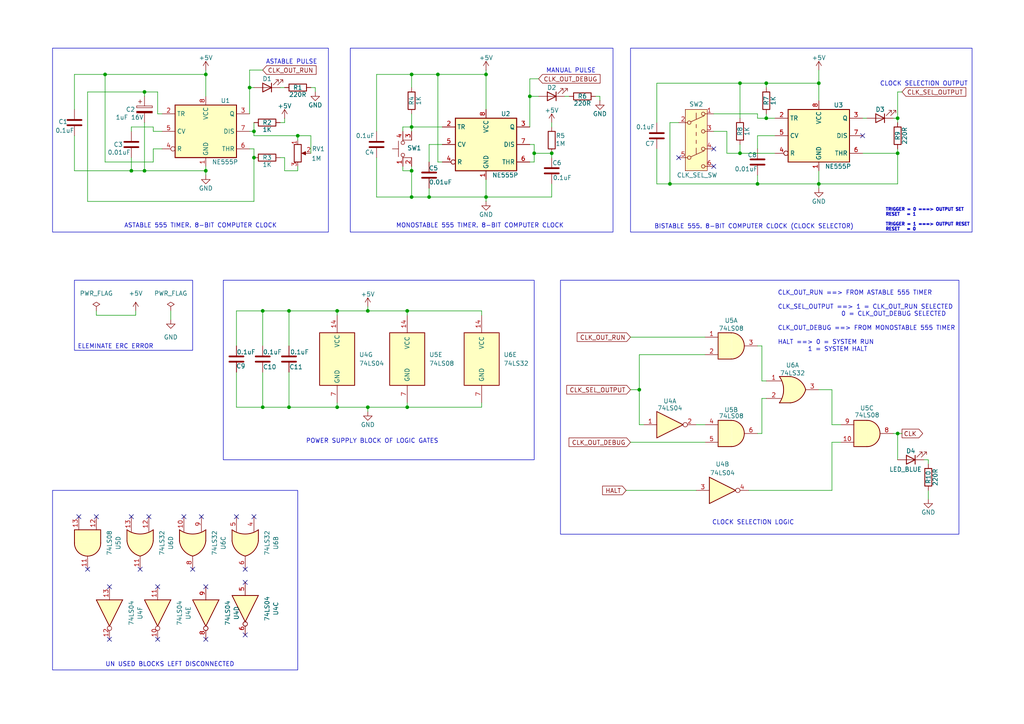
<source format=kicad_sch>
(kicad_sch (version 20231120) (generator "eeschema") (generator_version "8.0")
  (paper "A4")
  (title_block (title "8-BIT COMPUTER CLOCK") (date "2024-09-15") (rev "0.0") (company "MY COMPANY") (comment 1 "AUTHOR SAYAN RANA"))
  (lib_symbols
    (symbol "74xx:74LS04"
      (property "Reference" "U" (at 0 1.27 0))
      (property "Value" "74LS04" (at 0 -1.27 0))
      (symbol "74LS04_1_0"
        (polyline (pts (xy -3.81 3.81) (xy -3.81 -3.81) (xy 3.81 0) (xy -3.81 3.81)) (stroke (width 0.254)) (fill (type background)))
        (pin input line (at -7.62 0 0) (length 3.81) (name "~") (number "1"))
        (pin output inverted (at 7.62 0 180) (length 3.81) (name "~") (number "2"))
      )
      (symbol "74LS04_2_0"
        (polyline (pts (xy -3.81 3.81) (xy -3.81 -3.81) (xy 3.81 0) (xy -3.81 3.81)) (stroke (width 0.254)) (fill (type background)))
        (pin input line (at -7.62 0 0) (length 3.81) (name "~") (number "3"))
        (pin output inverted (at 7.62 0 180) (length 3.81) (name "~") (number "4"))
      )
      (symbol "74LS04_3_0"
        (polyline (pts (xy -3.81 3.81) (xy -3.81 -3.81) (xy 3.81 0) (xy -3.81 3.81)) (stroke (width 0.254)) (fill (type background)))
        (pin input line (at -7.62 0 0) (length 3.81) (name "~") (number "5"))
        (pin output inverted (at 7.62 0 180) (length 3.81) (name "~") (number "6"))
      )
      (symbol "74LS04_4_0"
        (polyline (pts (xy -3.81 3.81) (xy -3.81 -3.81) (xy 3.81 0) (xy -3.81 3.81)) (stroke (width 0.254)) (fill (type background)))
        (pin output inverted (at 7.62 0 180) (length 3.81) (name "~") (number "8"))
        (pin input line (at -7.62 0 0) (length 3.81) (name "~") (number "9"))
      )
      (symbol "74LS04_5_0"
        (polyline (pts (xy -3.81 3.81) (xy -3.81 -3.81) (xy 3.81 0) (xy -3.81 3.81)) (stroke (width 0.254)) (fill (type background)))
        (pin output inverted (at 7.62 0 180) (length 3.81) (name "~") (number "10"))
        (pin input line (at -7.62 0 0) (length 3.81) (name "~") (number "11"))
      )
      (symbol "74LS04_6_0"
        (polyline (pts (xy -3.81 3.81) (xy -3.81 -3.81) (xy 3.81 0) (xy -3.81 3.81)) (stroke (width 0.254)) (fill (type background)))
        (pin output inverted (at 7.62 0 180) (length 3.81) (name "~") (number "12"))
        (pin input line (at -7.62 0 0) (length 3.81) (name "~") (number "13"))
      )
      (symbol "74LS04_7_0"
        (pin power_in line (at 0 12.7 270) (length 5.08) (name "VCC") (number "14"))
        (pin power_in line (at 0 -12.7 90) (length 5.08) (name "GND") (number "7"))
      )
      (symbol "74LS04_7_1"
        (rectangle (start -5.08 7.62) (end 5.08 -7.62) (stroke (width 0.254)) (fill (type background)))
      )
    )
    (symbol "74xx:74LS08" (pin_names (offset 1.016))
      (property "Reference" "U" (at 0 1.27 0))
      (property "Value" "74LS08" (at 0 -1.27 0))
      (symbol "74LS08_1_1"
        (arc (start 0 -3.81) (mid 3.7934 0) (end 0 3.81) (stroke (width 0.254)) (fill (type background)))
        (polyline (pts (xy 0 3.81) (xy -3.81 3.81) (xy -3.81 -3.81) (xy 0 -3.81)) (stroke (width 0.254)) (fill (type background)))
        (pin input line (at -7.62 2.54 0) (length 3.81) (name "~") (number "1"))
        (pin input line (at -7.62 -2.54 0) (length 3.81) (name "~") (number "2"))
        (pin output line (at 7.62 0 180) (length 3.81) (name "~") (number "3"))
      )
      (symbol "74LS08_1_2"
        (arc (start -3.81 -3.81) (mid -2.589 0) (end -3.81 3.81) (stroke (width 0.254)))
        (arc (start -0.6096 -3.81) (mid 2.1842 -2.5851) (end 3.81 0) (stroke (width 0.254)) (fill (type background)))
        (polyline (pts (xy -3.81 -3.81) (xy -0.635 -3.81)) (stroke (width 0.254)) (fill (type background)))
        (polyline (pts (xy -3.81 3.81) (xy -0.635 3.81)) (stroke (width 0.254)) (fill (type background)))
        (polyline (pts (xy -0.635 3.81) (xy -3.81 3.81) (xy -3.81 3.81) (xy -3.556 3.4036) (xy -3.0226 2.2606) (xy -2.6924 1.0414) (xy -2.6162 -0.254) (xy -2.7686 -1.4986) (xy -3.175 -2.7178) (xy -3.81 -3.81) (xy -3.81 -3.81) (xy -0.635 -3.81)) (stroke (width -25.4)) (fill (type background)))
        (arc (start 3.81 0) (mid 2.1915 2.5936) (end -0.6096 3.81) (stroke (width 0.254)) (fill (type background)))
        (pin input inverted (at -7.62 2.54 0) (length 4.318) (name "~") (number "1"))
        (pin input inverted (at -7.62 -2.54 0) (length 4.318) (name "~") (number "2"))
        (pin output inverted (at 7.62 0 180) (length 3.81) (name "~") (number "3"))
      )
      (symbol "74LS08_2_1"
        (arc (start 0 -3.81) (mid 3.7934 0) (end 0 3.81) (stroke (width 0.254)) (fill (type background)))
        (polyline (pts (xy 0 3.81) (xy -3.81 3.81) (xy -3.81 -3.81) (xy 0 -3.81)) (stroke (width 0.254)) (fill (type background)))
        (pin input line (at -7.62 2.54 0) (length 3.81) (name "~") (number "4"))
        (pin input line (at -7.62 -2.54 0) (length 3.81) (name "~") (number "5"))
        (pin output line (at 7.62 0 180) (length 3.81) (name "~") (number "6"))
      )
      (symbol "74LS08_2_2"
        (arc (start -3.81 -3.81) (mid -2.589 0) (end -3.81 3.81) (stroke (width 0.254)))
        (arc (start -0.6096 -3.81) (mid 2.1842 -2.5851) (end 3.81 0) (stroke (width 0.254)) (fill (type background)))
        (polyline (pts (xy -3.81 -3.81) (xy -0.635 -3.81)) (stroke (width 0.254)) (fill (type background)))
        (polyline (pts (xy -3.81 3.81) (xy -0.635 3.81)) (stroke (width 0.254)) (fill (type background)))
        (polyline (pts (xy -0.635 3.81) (xy -3.81 3.81) (xy -3.81 3.81) (xy -3.556 3.4036) (xy -3.0226 2.2606) (xy -2.6924 1.0414) (xy -2.6162 -0.254) (xy -2.7686 -1.4986) (xy -3.175 -2.7178) (xy -3.81 -3.81) (xy -3.81 -3.81) (xy -0.635 -3.81)) (stroke (width -25.4)) (fill (type background)))
        (arc (start 3.81 0) (mid 2.1915 2.5936) (end -0.6096 3.81) (stroke (width 0.254)) (fill (type background)))
        (pin input inverted (at -7.62 2.54 0) (length 4.318) (name "~") (number "4"))
        (pin input inverted (at -7.62 -2.54 0) (length 4.318) (name "~") (number "5"))
        (pin output inverted (at 7.62 0 180) (length 3.81) (name "~") (number "6"))
      )
      (symbol "74LS08_3_1"
        (arc (start 0 -3.81) (mid 3.7934 0) (end 0 3.81) (stroke (width 0.254)) (fill (type background)))
        (polyline (pts (xy 0 3.81) (xy -3.81 3.81) (xy -3.81 -3.81) (xy 0 -3.81)) (stroke (width 0.254)) (fill (type background)))
        (pin input line (at -7.62 -2.54 0) (length 3.81) (name "~") (number "10"))
        (pin output line (at 7.62 0 180) (length 3.81) (name "~") (number "8"))
        (pin input line (at -7.62 2.54 0) (length 3.81) (name "~") (number "9"))
      )
      (symbol "74LS08_3_2"
        (arc (start -3.81 -3.81) (mid -2.589 0) (end -3.81 3.81) (stroke (width 0.254)))
        (arc (start -0.6096 -3.81) (mid 2.1842 -2.5851) (end 3.81 0) (stroke (width 0.254)) (fill (type background)))
        (polyline (pts (xy -3.81 -3.81) (xy -0.635 -3.81)) (stroke (width 0.254)) (fill (type background)))
        (polyline (pts (xy -3.81 3.81) (xy -0.635 3.81)) (stroke (width 0.254)) (fill (type background)))
        (polyline (pts (xy -0.635 3.81) (xy -3.81 3.81) (xy -3.81 3.81) (xy -3.556 3.4036) (xy -3.0226 2.2606) (xy -2.6924 1.0414) (xy -2.6162 -0.254) (xy -2.7686 -1.4986) (xy -3.175 -2.7178) (xy -3.81 -3.81) (xy -3.81 -3.81) (xy -0.635 -3.81)) (stroke (width -25.4)) (fill (type background)))
        (arc (start 3.81 0) (mid 2.1915 2.5936) (end -0.6096 3.81) (stroke (width 0.254)) (fill (type background)))
        (pin input inverted (at -7.62 -2.54 0) (length 4.318) (name "~") (number "10"))
        (pin output inverted (at 7.62 0 180) (length 3.81) (name "~") (number "8"))
        (pin input inverted (at -7.62 2.54 0) (length 4.318) (name "~") (number "9"))
      )
      (symbol "74LS08_4_1"
        (arc (start 0 -3.81) (mid 3.7934 0) (end 0 3.81) (stroke (width 0.254)) (fill (type background)))
        (polyline (pts (xy 0 3.81) (xy -3.81 3.81) (xy -3.81 -3.81) (xy 0 -3.81)) (stroke (width 0.254)) (fill (type background)))
        (pin output line (at 7.62 0 180) (length 3.81) (name "~") (number "11"))
        (pin input line (at -7.62 2.54 0) (length 3.81) (name "~") (number "12"))
        (pin input line (at -7.62 -2.54 0) (length 3.81) (name "~") (number "13"))
      )
      (symbol "74LS08_4_2"
        (arc (start -3.81 -3.81) (mid -2.589 0) (end -3.81 3.81) (stroke (width 0.254)))
        (arc (start -0.6096 -3.81) (mid 2.1842 -2.5851) (end 3.81 0) (stroke (width 0.254)) (fill (type background)))
        (polyline (pts (xy -3.81 -3.81) (xy -0.635 -3.81)) (stroke (width 0.254)) (fill (type background)))
        (polyline (pts (xy -3.81 3.81) (xy -0.635 3.81)) (stroke (width 0.254)) (fill (type background)))
        (polyline (pts (xy -0.635 3.81) (xy -3.81 3.81) (xy -3.81 3.81) (xy -3.556 3.4036) (xy -3.0226 2.2606) (xy -2.6924 1.0414) (xy -2.6162 -0.254) (xy -2.7686 -1.4986) (xy -3.175 -2.7178) (xy -3.81 -3.81) (xy -3.81 -3.81) (xy -0.635 -3.81)) (stroke (width -25.4)) (fill (type background)))
        (arc (start 3.81 0) (mid 2.1915 2.5936) (end -0.6096 3.81) (stroke (width 0.254)) (fill (type background)))
        (pin output inverted (at 7.62 0 180) (length 3.81) (name "~") (number "11"))
        (pin input inverted (at -7.62 2.54 0) (length 4.318) (name "~") (number "12"))
        (pin input inverted (at -7.62 -2.54 0) (length 4.318) (name "~") (number "13"))
      )
      (symbol "74LS08_5_0"
        (pin power_in line (at 0 12.7 270) (length 5.08) (name "VCC") (number "14"))
        (pin power_in line (at 0 -12.7 90) (length 5.08) (name "GND") (number "7"))
      )
      (symbol "74LS08_5_1"
        (rectangle (start -5.08 7.62) (end 5.08 -7.62) (stroke (width 0.254)) (fill (type background)))
      )
    )
    (symbol "74xx:74LS32" (pin_names (offset 1.016))
      (property "Reference" "U" (at 0 1.27 0))
      (property "Value" "74LS32" (at 0 -1.27 0))
      (symbol "74LS32_1_1"
        (arc (start -3.81 -3.81) (mid -2.589 0) (end -3.81 3.81) (stroke (width 0.254)))
        (arc (start -0.6096 -3.81) (mid 2.1842 -2.5851) (end 3.81 0) (stroke (width 0.254)) (fill (type background)))
        (polyline (pts (xy -3.81 -3.81) (xy -0.635 -3.81)) (stroke (width 0.254)) (fill (type background)))
        (polyline (pts (xy -3.81 3.81) (xy -0.635 3.81)) (stroke (width 0.254)) (fill (type background)))
        (polyline (pts (xy -0.635 3.81) (xy -3.81 3.81) (xy -3.81 3.81) (xy -3.556 3.4036) (xy -3.0226 2.2606) (xy -2.6924 1.0414) (xy -2.6162 -0.254) (xy -2.7686 -1.4986) (xy -3.175 -2.7178) (xy -3.81 -3.81) (xy -3.81 -3.81) (xy -0.635 -3.81)) (stroke (width -25.4)) (fill (type background)))
        (arc (start 3.81 0) (mid 2.1915 2.5936) (end -0.6096 3.81) (stroke (width 0.254)) (fill (type background)))
        (pin input line (at -7.62 2.54 0) (length 4.318) (name "~") (number "1"))
        (pin input line (at -7.62 -2.54 0) (length 4.318) (name "~") (number "2"))
        (pin output line (at 7.62 0 180) (length 3.81) (name "~") (number "3"))
      )
      (symbol "74LS32_1_2"
        (arc (start 0 -3.81) (mid 3.7934 0) (end 0 3.81) (stroke (width 0.254)) (fill (type background)))
        (polyline (pts (xy 0 3.81) (xy -3.81 3.81) (xy -3.81 -3.81) (xy 0 -3.81)) (stroke (width 0.254)) (fill (type background)))
        (pin input inverted (at -7.62 2.54 0) (length 3.81) (name "~") (number "1"))
        (pin input inverted (at -7.62 -2.54 0) (length 3.81) (name "~") (number "2"))
        (pin output inverted (at 7.62 0 180) (length 3.81) (name "~") (number "3"))
      )
      (symbol "74LS32_2_1"
        (arc (start -3.81 -3.81) (mid -2.589 0) (end -3.81 3.81) (stroke (width 0.254)))
        (arc (start -0.6096 -3.81) (mid 2.1842 -2.5851) (end 3.81 0) (stroke (width 0.254)) (fill (type background)))
        (polyline (pts (xy -3.81 -3.81) (xy -0.635 -3.81)) (stroke (width 0.254)) (fill (type background)))
        (polyline (pts (xy -3.81 3.81) (xy -0.635 3.81)) (stroke (width 0.254)) (fill (type background)))
        (polyline (pts (xy -0.635 3.81) (xy -3.81 3.81) (xy -3.81 3.81) (xy -3.556 3.4036) (xy -3.0226 2.2606) (xy -2.6924 1.0414) (xy -2.6162 -0.254) (xy -2.7686 -1.4986) (xy -3.175 -2.7178) (xy -3.81 -3.81) (xy -3.81 -3.81) (xy -0.635 -3.81)) (stroke (width -25.4)) (fill (type background)))
        (arc (start 3.81 0) (mid 2.1915 2.5936) (end -0.6096 3.81) (stroke (width 0.254)) (fill (type background)))
        (pin input line (at -7.62 2.54 0) (length 4.318) (name "~") (number "4"))
        (pin input line (at -7.62 -2.54 0) (length 4.318) (name "~") (number "5"))
        (pin output line (at 7.62 0 180) (length 3.81) (name "~") (number "6"))
      )
      (symbol "74LS32_2_2"
        (arc (start 0 -3.81) (mid 3.7934 0) (end 0 3.81) (stroke (width 0.254)) (fill (type background)))
        (polyline (pts (xy 0 3.81) (xy -3.81 3.81) (xy -3.81 -3.81) (xy 0 -3.81)) (stroke (width 0.254)) (fill (type background)))
        (pin input inverted (at -7.62 2.54 0) (length 3.81) (name "~") (number "4"))
        (pin input inverted (at -7.62 -2.54 0) (length 3.81) (name "~") (number "5"))
        (pin output inverted (at 7.62 0 180) (length 3.81) (name "~") (number "6"))
      )
      (symbol "74LS32_3_1"
        (arc (start -3.81 -3.81) (mid -2.589 0) (end -3.81 3.81) (stroke (width 0.254)))
        (arc (start -0.6096 -3.81) (mid 2.1842 -2.5851) (end 3.81 0) (stroke (width 0.254)) (fill (type background)))
        (polyline (pts (xy -3.81 -3.81) (xy -0.635 -3.81)) (stroke (width 0.254)) (fill (type background)))
        (polyline (pts (xy -3.81 3.81) (xy -0.635 3.81)) (stroke (width 0.254)) (fill (type background)))
        (polyline (pts (xy -0.635 3.81) (xy -3.81 3.81) (xy -3.81 3.81) (xy -3.556 3.4036) (xy -3.0226 2.2606) (xy -2.6924 1.0414) (xy -2.6162 -0.254) (xy -2.7686 -1.4986) (xy -3.175 -2.7178) (xy -3.81 -3.81) (xy -3.81 -3.81) (xy -0.635 -3.81)) (stroke (width -25.4)) (fill (type background)))
        (arc (start 3.81 0) (mid 2.1915 2.5936) (end -0.6096 3.81) (stroke (width 0.254)) (fill (type background)))
        (pin input line (at -7.62 -2.54 0) (length 4.318) (name "~") (number "10"))
        (pin output line (at 7.62 0 180) (length 3.81) (name "~") (number "8"))
        (pin input line (at -7.62 2.54 0) (length 4.318) (name "~") (number "9"))
      )
      (symbol "74LS32_3_2"
        (arc (start 0 -3.81) (mid 3.7934 0) (end 0 3.81) (stroke (width 0.254)) (fill (type background)))
        (polyline (pts (xy 0 3.81) (xy -3.81 3.81) (xy -3.81 -3.81) (xy 0 -3.81)) (stroke (width 0.254)) (fill (type background)))
        (pin input inverted (at -7.62 -2.54 0) (length 3.81) (name "~") (number "10"))
        (pin output inverted (at 7.62 0 180) (length 3.81) (name "~") (number "8"))
        (pin input inverted (at -7.62 2.54 0) (length 3.81) (name "~") (number "9"))
      )
      (symbol "74LS32_4_1"
        (arc (start -3.81 -3.81) (mid -2.589 0) (end -3.81 3.81) (stroke (width 0.254)))
        (arc (start -0.6096 -3.81) (mid 2.1842 -2.5851) (end 3.81 0) (stroke (width 0.254)) (fill (type background)))
        (polyline (pts (xy -3.81 -3.81) (xy -0.635 -3.81)) (stroke (width 0.254)) (fill (type background)))
        (polyline (pts (xy -3.81 3.81) (xy -0.635 3.81)) (stroke (width 0.254)) (fill (type background)))
        (polyline (pts (xy -0.635 3.81) (xy -3.81 3.81) (xy -3.81 3.81) (xy -3.556 3.4036) (xy -3.0226 2.2606) (xy -2.6924 1.0414) (xy -2.6162 -0.254) (xy -2.7686 -1.4986) (xy -3.175 -2.7178) (xy -3.81 -3.81) (xy -3.81 -3.81) (xy -0.635 -3.81)) (stroke (width -25.4)) (fill (type background)))
        (arc (start 3.81 0) (mid 2.1915 2.5936) (end -0.6096 3.81) (stroke (width 0.254)) (fill (type background)))
        (pin output line (at 7.62 0 180) (length 3.81) (name "~") (number "11"))
        (pin input line (at -7.62 2.54 0) (length 4.318) (name "~") (number "12"))
        (pin input line (at -7.62 -2.54 0) (length 4.318) (name "~") (number "13"))
      )
      (symbol "74LS32_4_2"
        (arc (start 0 -3.81) (mid 3.7934 0) (end 0 3.81) (stroke (width 0.254)) (fill (type background)))
        (polyline (pts (xy 0 3.81) (xy -3.81 3.81) (xy -3.81 -3.81) (xy 0 -3.81)) (stroke (width 0.254)) (fill (type background)))
        (pin output inverted (at 7.62 0 180) (length 3.81) (name "~") (number "11"))
        (pin input inverted (at -7.62 2.54 0) (length 3.81) (name "~") (number "12"))
        (pin input inverted (at -7.62 -2.54 0) (length 3.81) (name "~") (number "13"))
      )
      (symbol "74LS32_5_0"
        (pin power_in line (at 0 12.7 270) (length 5.08) (name "VCC") (number "14"))
        (pin power_in line (at 0 -12.7 90) (length 5.08) (name "GND") (number "7"))
      )
      (symbol "74LS32_5_1"
        (rectangle (start -5.08 7.62) (end 5.08 -7.62) (stroke (width 0.254)) (fill (type background)))
      )
    )
    (symbol "Device:C" (pin_numbers hide) (pin_names (offset 0.254))
      (property "Reference" "C" (at 0.635 2.54 0))
      (property "Value" "C" (at 0.635 -2.54 0))
      (symbol "C_0_1"
        (polyline (pts (xy -2.032 -0.762) (xy 2.032 -0.762)) (stroke (width 0.508)))
        (polyline (pts (xy -2.032 0.762) (xy 2.032 0.762)) (stroke (width 0.508)))
      )
      (symbol "C_1_1"
        (pin passive line (at 0 3.81 270) (length 2.794) (name "~") (number "1"))
        (pin passive line (at 0 -3.81 90) (length 2.794) (name "~") (number "2"))
      )
    )
    (symbol "Device:C_Polarized" (pin_numbers hide) (pin_names (offset 0.254))
      (property "Reference" "C" (at 0.635 2.54 0))
      (property "Value" "C_Polarized" (at 0.635 -2.54 0))
      (symbol "C_Polarized_0_1"
        (rectangle (start -2.286 0.508) (end 2.286 1.016))
        (polyline (pts (xy -1.778 2.286) (xy -0.762 2.286)))
        (polyline (pts (xy -1.27 2.794) (xy -1.27 1.778)))
        (rectangle (start 2.286 -0.508) (end -2.286 -1.016) (fill (type outline)))
      )
      (symbol "C_Polarized_1_1"
        (pin passive line (at 0 3.81 270) (length 2.794) (name "~") (number "1"))
        (pin passive line (at 0 -3.81 90) (length 2.794) (name "~") (number "2"))
      )
    )
    (symbol "Device:LED" (pin_numbers hide) (pin_names (offset 1.016) hide)
      (property "Reference" "D" (at 0 2.54 0))
      (property "Value" "LED" (at 0 -2.54 0))
      (symbol "LED_0_1"
        (polyline (pts (xy -1.27 -1.27) (xy -1.27 1.27)) (stroke (width 0.254)))
        (polyline (pts (xy -1.27 0) (xy 1.27 0)))
        (polyline (pts (xy 1.27 -1.27) (xy 1.27 1.27) (xy -1.27 0) (xy 1.27 -1.27)) (stroke (width 0.254)))
        (polyline (pts (xy -3.048 -0.762) (xy -4.572 -2.286) (xy -3.81 -2.286) (xy -4.572 -2.286) (xy -4.572 -1.524)))
        (polyline (pts (xy -1.778 -0.762) (xy -3.302 -2.286) (xy -2.54 -2.286) (xy -3.302 -2.286) (xy -3.302 -1.524)))
      )
      (symbol "LED_1_1"
        (pin passive line (at -3.81 0 0) (length 2.54) (name "K") (number "1"))
        (pin passive line (at 3.81 0 180) (length 2.54) (name "A") (number "2"))
      )
    )
    (symbol "Device:R" (pin_numbers hide) (pin_names (offset 0))
      (property "Reference" "R" (at 2.032 0 90))
      (property "Value" "R" (at 0 0 90))
      (symbol "R_0_1"
        (rectangle (start -1.016 -2.54) (end 1.016 2.54) (stroke (width 0.254)))
      )
      (symbol "R_1_1"
        (pin passive line (at 0 3.81 270) (length 1.27) (name "~") (number "1"))
        (pin passive line (at 0 -3.81 90) (length 1.27) (name "~") (number "2"))
      )
    )
    (symbol "Device:R_Potentiometer" (pin_names (offset 1.016) hide)
      (property "Reference" "RV" (at -4.445 0 90))
      (property "Value" "R_Potentiometer" (at -2.54 0 90))
      (symbol "R_Potentiometer_0_1"
        (polyline (pts (xy 2.54 0) (xy 1.524 0)))
        (polyline (pts (xy 1.143 0) (xy 2.286 0.508) (xy 2.286 -0.508) (xy 1.143 0)) (fill (type outline)))
        (rectangle (start 1.016 2.54) (end -1.016 -2.54) (stroke (width 0.254)))
      )
      (symbol "R_Potentiometer_1_1"
        (pin passive line (at 0 3.81 270) (length 1.27) (name "1") (number "1"))
        (pin passive line (at 3.81 0 180) (length 1.27) (name "2") (number "2"))
        (pin passive line (at 0 -3.81 90) (length 1.27) (name "3") (number "3"))
      )
    )
    (symbol "Switch:SW_MEC_5E" (pin_names (offset 1.016) hide)
      (property "Reference" "SW" (at 0.635 5.715 0))
      (property "Value" "SW_MEC_5E" (at 0 -3.175 0))
      (symbol "SW_MEC_5E_0_1"
        (circle (center -1.778 2.54) (radius 0.508))
        (polyline (pts (xy -2.286 3.81) (xy 2.286 3.81)))
        (polyline (pts (xy 0 3.81) (xy 0 5.588)))
        (polyline (pts (xy -2.54 0) (xy -2.54 2.54) (xy -2.286 2.54)))
        (polyline (pts (xy 2.54 0) (xy 2.54 2.54) (xy 2.286 2.54)))
        (circle (center 1.778 2.54) (radius 0.508))
        (pin passive line (at -5.08 2.54 0) (length 2.54) (name "1") (number "1"))
        (pin passive line (at -5.08 0 0) (length 2.54) (name "2") (number "2"))
        (pin passive line (at 5.08 0 180) (length 2.54) (name "K") (number "3"))
        (pin passive line (at 5.08 2.54 180) (length 2.54) (name "A") (number "4"))
      )
    )
    (symbol "Switch:SW_Push_DPDT" (pin_names (offset 0) hide)
      (property "Reference" "SW" (at 0 10.16 0))
      (property "Value" "SW_Push_DPDT" (at 0 -10.16 0))
      (symbol "SW_Push_DPDT_0_0"
        (circle (center -2.032 -5.08) (radius 0.508))
        (circle (center -2.032 5.08) (radius 0.508))
        (circle (center 2.032 -7.62) (radius 0.508))
        (circle (center 2.032 2.54) (radius 0.508))
      )
      (symbol "SW_Push_DPDT_0_1"
        (polyline (pts (xy -1.524 -4.826) (xy 2.3368 -3.0988)))
        (polyline (pts (xy -1.524 5.334) (xy 2.3368 7.0612)))
        (polyline (pts (xy 0 -2.286) (xy 0 -4.064)))
        (polyline (pts (xy 0 -1.016) (xy 0 0)))
        (polyline (pts (xy 0 1.27) (xy 0 2.286)))
        (polyline (pts (xy 0 3.556) (xy 0 4.572)))
        (polyline (pts (xy 0 7.874) (xy 0 6.096)))
        (circle (center 2.032 -2.54) (radius 0.508))
        (circle (center 2.032 7.62) (radius 0.508))
      )
      (symbol "SW_Push_DPDT_1_1"
        (rectangle (start -3.175 8.89) (end 3.175 -8.89) (fill (type background)))
        (pin passive line (at 5.08 7.62 180) (length 2.54) (name "A") (number "1"))
        (pin passive line (at -5.08 5.08 0) (length 2.54) (name "B") (number "2"))
        (pin passive line (at 5.08 2.54 180) (length 2.54) (name "C") (number "3"))
        (pin passive line (at 5.08 -2.54 180) (length 2.54) (name "A") (number "4"))
        (pin passive line (at -5.08 -5.08 0) (length 2.54) (name "B") (number "5"))
        (pin passive line (at 5.08 -7.62 180) (length 2.54) (name "C") (number "6"))
      )
    )
    (symbol "Timer:NE555P"
      (property "Reference" "U" (at -10.16 8.89 0))
      (property "Value" "NE555P" (at 2.54 8.89 0))
      (symbol "NE555P_0_0"
        (pin power_in line (at 0 -10.16 90) (length 2.54) (name "GND") (number "1"))
        (pin power_in line (at 0 10.16 270) (length 2.54) (name "VCC") (number "8"))
      )
      (symbol "NE555P_0_1"
        (rectangle (start -8.89 -7.62) (end 8.89 7.62) (stroke (width 0.254)) (fill (type background)))
        (rectangle (start -8.89 -7.62) (end 8.89 7.62) (stroke (width 0.254)) (fill (type background)))
      )
      (symbol "NE555P_1_1"
        (pin input line (at -12.7 5.08 0) (length 3.81) (name "TR") (number "2"))
        (pin output line (at 12.7 5.08 180) (length 3.81) (name "Q") (number "3"))
        (pin input inverted (at -12.7 -5.08 0) (length 3.81) (name "R") (number "4"))
        (pin input line (at -12.7 0 0) (length 3.81) (name "CV") (number "5"))
        (pin input line (at 12.7 -5.08 180) (length 3.81) (name "THR") (number "6"))
        (pin input line (at 12.7 0 180) (length 3.81) (name "DIS") (number "7"))
      )
    )
    (symbol "power:+5V" (power) (pin_numbers hide) (pin_names (offset 0) hide)
      (property "Value" "+5V" (at 0 3.556 0))
      (symbol "+5V_0_1"
        (polyline (pts (xy -0.762 1.27) (xy 0 2.54)))
        (polyline (pts (xy 0 0) (xy 0 2.54)))
        (polyline (pts (xy 0 2.54) (xy 0.762 1.27)))
      )
      (symbol "+5V_1_1"
        (pin power_in line (at 0 0 90) (length 0) (name "~") (number "1"))
      )
    )
    (symbol "power:GND" (power) (pin_numbers hide) (pin_names (offset 0) hide)
      (property "Value" "GND" (at 0 -3.81 0))
      (symbol "GND_0_1"
        (polyline (pts (xy 0 0) (xy 0 -1.27) (xy 1.27 -1.27) (xy 0 -2.54) (xy -1.27 -1.27) (xy 0 -1.27)))
      )
      (symbol "GND_1_1"
        (pin power_in line (at 0 0 270) (length 0) (name "~") (number "1"))
      )
    )
    (symbol "power:PWR_FLAG" (power) (pin_numbers hide) (pin_names (offset 0) hide)
      (property "Value" "PWR_FLAG" (at 0 3.81 0))
      (symbol "PWR_FLAG_0_0"
        (pin power_out line (at 0 0 90) (length 0) (name "~") (number "1"))
      )
      (symbol "PWR_FLAG_0_1"
        (polyline (pts (xy 0 0) (xy 0 1.27) (xy -1.016 1.905) (xy 0 2.54) (xy 1.016 1.905) (xy 0 1.27)))
      )
    )
  )
  (junction (at 38.1 49.53))
  (junction (at 127 21.59))
  (junction (at 160.02 44.45))
  (junction (at 41.91 26.67))
  (junction (at 260.35 44.45))
  (junction (at 222.25 34.29))
  (junction (at 83.82 90.17))
  (junction (at 185.42 113.03))
  (junction (at 119.38 57.15))
  (junction (at 30.48 21.59))
  (junction (at 59.69 21.59))
  (junction (at 214.63 44.45))
  (junction (at 97.79 118.11))
  (junction (at 260.35 125.73))
  (junction (at 140.97 57.15))
  (junction (at 154.94 44.45))
  (junction (at 237.49 53.34))
  (junction (at 72.39 25.4))
  (junction (at 59.69 49.53))
  (junction (at 86.36 39.37))
  (junction (at 153.67 27.94))
  (junction (at 119.38 36.83))
  (junction (at 140.97 21.59))
  (junction (at 118.11 118.11))
  (junction (at 97.79 90.17))
  (junction (at 118.11 90.17))
  (junction (at 219.71 53.34))
  (junction (at 124.46 57.15))
  (junction (at 83.82 118.11))
  (junction (at 260.35 34.29))
  (junction (at 119.38 49.53))
  (junction (at 214.63 24.13))
  (junction (at 237.49 24.13))
  (junction (at 76.2 90.17))
  (junction (at 222.25 24.13))
  (junction (at 76.2 118.11))
  (junction (at 73.66 38.1))
  (junction (at 106.68 90.17))
  (junction (at 73.66 45.72))
  (junction (at 194.31 53.34))
  (junction (at 106.68 118.11))
  (junction (at 41.91 49.53))
  (junction (at 119.38 21.59))
  (no_connect (at 25.4 165.1))
  (no_connect (at 22.86 149.86))
  (no_connect (at 207.01 43.18))
  (no_connect (at 27.94 149.86))
  (no_connect (at 31.75 170.18))
  (no_connect (at 53.34 149.86))
  (no_connect (at 43.18 149.86))
  (no_connect (at 38.1 149.86))
  (no_connect (at 45.72 185.42))
  (no_connect (at 31.75 185.42))
  (no_connect (at 55.88 165.1))
  (no_connect (at 250.19 39.37))
  (no_connect (at 71.12 165.1))
  (no_connect (at 73.66 149.86))
  (no_connect (at 196.85 45.72))
  (no_connect (at 68.58 149.86))
  (no_connect (at 207.01 48.26))
  (no_connect (at 40.64 165.1))
  (no_connect (at 58.42 149.86))
  (no_connect (at 71.12 168.91))
  (no_connect (at 59.69 185.42))
  (no_connect (at 59.69 170.18))
  (no_connect (at 71.12 184.15))
  (no_connect (at 45.72 170.18))
  (wire (pts (xy 190.5 24.13) (xy 214.63 24.13)))
  (wire (pts (xy 81.28 35.56) (xy 82.55 35.56)))
  (wire (pts (xy 106.68 118.11) (xy 118.11 118.11)))
  (wire (pts (xy 119.38 36.83) (xy 128.27 36.83)))
  (wire (pts (xy 25.4 58.42) (xy 73.66 58.42)))
  (wire (pts (xy 90.17 25.4) (xy 91.44 25.4)))
  (wire (pts (xy 139.7 116.84) (xy 139.7 118.11)))
  (wire (pts (xy 217.17 142.24) (xy 241.3 142.24)))
  (wire (pts (xy 214.63 41.91) (xy 214.63 44.45)))
  (wire (pts (xy 153.67 36.83) (xy 153.67 27.94)))
  (wire (pts (xy 139.7 90.17) (xy 139.7 91.44)))
  (wire (pts (xy 68.58 90.17) (xy 76.2 90.17)))
  (wire (pts (xy 219.71 33.02) (xy 219.71 34.29)))
  (wire (pts (xy 73.66 43.18) (xy 73.66 45.72)))
  (wire (pts (xy 153.67 41.91) (xy 154.94 41.91)))
  (wire (pts (xy 116.84 36.83) (xy 119.38 36.83)))
  (wire (pts (xy 21.59 21.59) (xy 21.59 31.75)))
  (wire (pts (xy 214.63 44.45) (xy 224.79 44.45)))
  (wire (pts (xy 260.35 43.18) (xy 260.35 44.45)))
  (wire (pts (xy 72.39 33.02) (xy 72.39 25.4)))
  (wire (pts (xy 83.82 90.17) (xy 97.79 90.17)))
  (wire (pts (xy 27.94 90.17) (xy 27.94 91.44)))
  (wire (pts (xy 260.35 125.73) (xy 260.35 133.35)))
  (wire (pts (xy 116.84 38.1) (xy 116.84 36.83)))
  (wire (pts (xy 106.68 118.11) (xy 106.68 119.38)))
  (wire (pts (xy 73.66 45.72) (xy 73.66 58.42)))
  (wire (pts (xy 181.61 142.24) (xy 201.93 142.24)))
  (wire (pts (xy 41.91 49.53) (xy 59.69 49.53)))
  (wire (pts (xy 81.28 45.72) (xy 82.55 45.72)))
  (wire (pts (xy 118.11 118.11) (xy 139.7 118.11)))
  (wire (pts (xy 72.39 38.1) (xy 73.66 38.1)))
  (wire (pts (xy 219.71 100.33) (xy 220.98 100.33)))
  (wire (pts (xy 83.82 100.33) (xy 83.82 90.17)))
  (wire (pts (xy 45.72 26.67) (xy 45.72 33.02)))
  (wire (pts (xy 124.46 54.61) (xy 124.46 57.15)))
  (wire (pts (xy 82.55 35.56) (xy 82.55 34.29)))
  (wire (pts (xy 68.58 118.11) (xy 76.2 118.11)))
  (wire (pts (xy 86.36 39.37) (xy 86.36 40.64)))
  (wire (pts (xy 201.93 123.19) (xy 204.47 123.19)))
  (wire (pts (xy 153.67 22.86) (xy 156.21 22.86)))
  (wire (pts (xy 153.67 27.94) (xy 156.21 27.94)))
  (wire (pts (xy 76.2 118.11) (xy 83.82 118.11)))
  (wire (pts (xy 73.66 35.56) (xy 73.66 38.1)))
  (wire (pts (xy 219.71 50.8) (xy 219.71 53.34)))
  (wire (pts (xy 21.59 49.53) (xy 38.1 49.53)))
  (wire (pts (xy 260.35 44.45) (xy 260.35 53.34)))
  (wire (pts (xy 59.69 48.26) (xy 59.69 49.53)))
  (wire (pts (xy 97.79 90.17) (xy 106.68 90.17)))
  (wire (pts (xy 250.19 34.29) (xy 251.46 34.29)))
  (wire (pts (xy 119.38 21.59) (xy 127 21.59)))
  (wire (pts (xy 44.45 43.18) (xy 44.45 46.99)))
  (wire (pts (xy 124.46 46.99) (xy 124.46 41.91)))
  (wire (pts (xy 106.68 88.9) (xy 106.68 90.17)))
  (wire (pts (xy 59.69 20.32) (xy 59.69 21.59)))
  (wire (pts (xy 90.17 39.37) (xy 86.36 39.37)))
  (wire (pts (xy 237.49 113.03) (xy 241.3 113.03)))
  (wire (pts (xy 59.69 49.53) (xy 59.69 50.8)))
  (wire (pts (xy 72.39 20.32) (xy 76.2 20.32)))
  (wire (pts (xy 261.62 26.67) (xy 260.35 26.67)))
  (wire (pts (xy 154.94 41.91) (xy 154.94 44.45)))
  (wire (pts (xy 260.35 26.67) (xy 260.35 34.29)))
  (wire (pts (xy 38.1 38.1) (xy 38.1 36.83)))
  (wire (pts (xy 82.55 49.53) (xy 86.36 49.53)))
  (wire (pts (xy 210.82 44.45) (xy 214.63 44.45)))
  (wire (pts (xy 97.79 118.11) (xy 106.68 118.11)))
  (wire (pts (xy 237.49 20.32) (xy 237.49 24.13)))
  (wire (pts (xy 220.98 110.49) (xy 222.25 110.49)))
  (wire (pts (xy 214.63 24.13) (xy 222.25 24.13)))
  (wire (pts (xy 86.36 49.53) (xy 86.36 48.26)))
  (wire (pts (xy 140.97 52.07) (xy 140.97 57.15)))
  (wire (pts (xy 119.38 49.53) (xy 119.38 57.15)))
  (wire (pts (xy 207.01 38.1) (xy 210.82 38.1)))
  (wire (pts (xy 220.98 115.57) (xy 222.25 115.57)))
  (wire (pts (xy 220.98 125.73) (xy 220.98 115.57)))
  (wire (pts (xy 127 21.59) (xy 140.97 21.59)))
  (wire (pts (xy 124.46 57.15) (xy 140.97 57.15)))
  (wire (pts (xy 118.11 90.17) (xy 139.7 90.17)))
  (wire (pts (xy 118.11 116.84) (xy 118.11 118.11)))
  (wire (pts (xy 186.69 123.19) (xy 185.42 123.19)))
  (wire (pts (xy 25.4 58.42) (xy 25.4 26.67)))
  (wire (pts (xy 76.2 90.17) (xy 76.2 100.33)))
  (wire (pts (xy 72.39 20.32) (xy 72.39 25.4)))
  (wire (pts (xy 41.91 35.56) (xy 41.91 49.53)))
  (wire (pts (xy 207.01 33.02) (xy 219.71 33.02)))
  (wire (pts (xy 91.44 25.4) (xy 91.44 26.67)))
  (wire (pts (xy 119.38 57.15) (xy 124.46 57.15)))
  (wire (pts (xy 76.2 107.95) (xy 76.2 118.11)))
  (wire (pts (xy 81.28 25.4) (xy 82.55 25.4)))
  (wire (pts (xy 214.63 24.13) (xy 214.63 34.29)))
  (wire (pts (xy 109.22 21.59) (xy 119.38 21.59)))
  (wire (pts (xy 160.02 57.15) (xy 140.97 57.15)))
  (wire (pts (xy 190.5 43.18) (xy 190.5 53.34)))
  (wire (pts (xy 182.88 113.03) (xy 185.42 113.03)))
  (wire (pts (xy 83.82 118.11) (xy 97.79 118.11)))
  (wire (pts (xy 68.58 107.95) (xy 68.58 118.11)))
  (wire (pts (xy 116.84 49.53) (xy 119.38 49.53)))
  (wire (pts (xy 260.35 34.29) (xy 260.35 35.56)))
  (wire (pts (xy 160.02 35.56) (xy 160.02 36.83)))
  (wire (pts (xy 196.85 35.56) (xy 194.31 35.56)))
  (wire (pts (xy 222.25 24.13) (xy 222.25 25.4)))
  (wire (pts (xy 219.71 39.37) (xy 224.79 39.37)))
  (wire (pts (xy 140.97 57.15) (xy 140.97 58.42)))
  (wire (pts (xy 127 21.59) (xy 127 46.99)))
  (wire (pts (xy 46.99 43.18) (xy 44.45 43.18)))
  (wire (pts (xy 59.69 21.59) (xy 59.69 27.94)))
  (wire (pts (xy 185.42 113.03) (xy 185.42 123.19)))
  (wire (pts (xy 140.97 20.32) (xy 140.97 21.59)))
  (wire (pts (xy 237.49 24.13) (xy 222.25 24.13)))
  (wire (pts (xy 72.39 43.18) (xy 73.66 43.18)))
  (wire (pts (xy 160.02 44.45) (xy 160.02 45.72)))
  (wire (pts (xy 219.71 125.73) (xy 220.98 125.73)))
  (wire (pts (xy 267.97 133.35) (xy 269.24 133.35)))
  (wire (pts (xy 269.24 142.24) (xy 269.24 144.78)))
  (wire (pts (xy 109.22 57.15) (xy 119.38 57.15)))
  (wire (pts (xy 210.82 38.1) (xy 210.82 44.45)))
  (wire (pts (xy 41.91 26.67) (xy 45.72 26.67)))
  (wire (pts (xy 68.58 100.33) (xy 68.58 90.17)))
  (wire (pts (xy 154.94 44.45) (xy 160.02 44.45)))
  (wire (pts (xy 237.49 29.21) (xy 237.49 24.13)))
  (wire (pts (xy 30.48 46.99) (xy 30.48 21.59)))
  (wire (pts (xy 160.02 53.34) (xy 160.02 57.15)))
  (wire (pts (xy 49.53 90.17) (xy 49.53 92.71)))
  (wire (pts (xy 259.08 34.29) (xy 260.35 34.29)))
  (wire (pts (xy 82.55 45.72) (xy 82.55 49.53)))
  (wire (pts (xy 124.46 41.91) (xy 128.27 41.91)))
  (wire (pts (xy 163.83 27.94) (xy 165.1 27.94)))
  (wire (pts (xy 185.42 102.87) (xy 204.47 102.87)))
  (wire (pts (xy 30.48 21.59) (xy 59.69 21.59)))
  (wire (pts (xy 21.59 21.59) (xy 30.48 21.59)))
  (wire (pts (xy 90.17 44.45) (xy 90.17 39.37)))
  (wire (pts (xy 269.24 133.35) (xy 269.24 134.62)))
  (wire (pts (xy 222.25 34.29) (xy 224.79 34.29)))
  (wire (pts (xy 153.67 22.86) (xy 153.67 27.94)))
  (wire (pts (xy 73.66 39.37) (xy 86.36 39.37)))
  (wire (pts (xy 44.45 38.1) (xy 46.99 38.1)))
  (wire (pts (xy 241.3 113.03) (xy 241.3 123.19)))
  (wire (pts (xy 241.3 123.19) (xy 243.84 123.19)))
  (wire (pts (xy 38.1 49.53) (xy 41.91 49.53)))
  (wire (pts (xy 190.5 53.34) (xy 194.31 53.34)))
  (wire (pts (xy 119.38 49.53) (xy 119.38 48.26)))
  (wire (pts (xy 154.94 46.99) (xy 153.67 46.99)))
  (wire (pts (xy 250.19 44.45) (xy 260.35 44.45)))
  (wire (pts (xy 219.71 39.37) (xy 219.71 43.18)))
  (wire (pts (xy 119.38 33.02) (xy 119.38 36.83)))
  (wire (pts (xy 185.42 102.87) (xy 185.42 113.03)))
  (wire (pts (xy 45.72 33.02) (xy 46.99 33.02)))
  (wire (pts (xy 243.84 128.27) (xy 241.3 128.27)))
  (wire (pts (xy 21.59 39.37) (xy 21.59 49.53)))
  (wire (pts (xy 237.49 53.34) (xy 260.35 53.34)))
  (wire (pts (xy 39.37 90.17) (xy 39.37 91.44)))
  (wire (pts (xy 154.94 44.45) (xy 154.94 46.99)))
  (wire (pts (xy 173.99 27.94) (xy 173.99 29.21)))
  (wire (pts (xy 106.68 90.17) (xy 118.11 90.17)))
  (wire (pts (xy 260.35 125.73) (xy 261.62 125.73)))
  (wire (pts (xy 41.91 27.94) (xy 41.91 26.67)))
  (wire (pts (xy 97.79 116.84) (xy 97.79 118.11)))
  (wire (pts (xy 237.49 53.34) (xy 237.49 49.53)))
  (wire (pts (xy 182.88 128.27) (xy 204.47 128.27)))
  (wire (pts (xy 219.71 34.29) (xy 222.25 34.29)))
  (wire (pts (xy 44.45 46.99) (xy 30.48 46.99)))
  (wire (pts (xy 76.2 90.17) (xy 83.82 90.17)))
  (wire (pts (xy 119.38 21.59) (xy 119.38 25.4)))
  (wire (pts (xy 237.49 53.34) (xy 237.49 54.61)))
  (wire (pts (xy 44.45 36.83) (xy 44.45 38.1)))
  (wire (pts (xy 190.5 24.13) (xy 190.5 35.56)))
  (wire (pts (xy 38.1 45.72) (xy 38.1 49.53)))
  (wire (pts (xy 25.4 26.67) (xy 41.91 26.67)))
  (wire (pts (xy 194.31 53.34) (xy 219.71 53.34)))
  (wire (pts (xy 72.39 25.4) (xy 73.66 25.4)))
  (wire (pts (xy 83.82 107.95) (xy 83.82 118.11)))
  (wire (pts (xy 27.94 91.44) (xy 39.37 91.44)))
  (wire (pts (xy 241.3 128.27) (xy 241.3 142.24)))
  (wire (pts (xy 219.71 53.34) (xy 237.49 53.34)))
  (wire (pts (xy 220.98 100.33) (xy 220.98 110.49)))
  (wire (pts (xy 259.08 125.73) (xy 260.35 125.73)))
  (wire (pts (xy 194.31 35.56) (xy 194.31 53.34)))
  (wire (pts (xy 222.25 33.02) (xy 222.25 34.29)))
  (wire (pts (xy 118.11 90.17) (xy 118.11 91.44)))
  (wire (pts (xy 73.66 38.1) (xy 73.66 39.37)))
  (wire (pts (xy 140.97 31.75) (xy 140.97 21.59)))
  (wire (pts (xy 97.79 90.17) (xy 97.79 91.44)))
  (wire (pts (xy 109.22 21.59) (xy 109.22 38.1)))
  (wire (pts (xy 119.38 36.83) (xy 119.38 38.1)))
  (wire (pts (xy 116.84 48.26) (xy 116.84 49.53)))
  (wire (pts (xy 109.22 45.72) (xy 109.22 57.15)))
  (wire (pts (xy 128.27 46.99) (xy 127 46.99)))
  (wire (pts (xy 182.88 97.79) (xy 204.47 97.79)))
  (wire (pts (xy 38.1 36.83) (xy 44.45 36.83)))
  (wire (pts (xy 172.72 27.94) (xy 173.99 27.94)))
  (rectangle (start 182.88 13.97) (end 281.94 67.31))
  (rectangle (start 21.59 81.28) (end 55.88 101.6))
  (rectangle (start 15.24 13.97) (end 95.25 67.31))
  (rectangle (start 64.77 81.28) (end 154.94 133.35))
  (rectangle (start 162.56 81.28) (end 278.13 154.94))
  (rectangle (start 15.24 142.24) (end 86.36 194.31))
  (rectangle (start 101.6 13.97) (end 177.8 67.31))
  (text "MANUAL PULSE" (at 165.608 20.574 0) (effects (font (size 1.27 1.27))))
  (text "ASTABLE 555 TIMER. 8-BIT COMPUTER CLOCK" (at 58.166 65.532 0) (effects (font (size 1.27 1.27))))
  (text "CLOCK SELECTION LOGIC" (at 218.44 151.638 0) (effects (font (size 1.27 1.27))))
  (text "ELEMINATE ERC ERROR" (at 33.528 100.584 0) (effects (font (size 1.27 1.27))))
  (text "MONOSTABLE 555 TIMER. 8-BIT COMPUTER CLOCK" (at 139.192 65.532 0) (effects (font (size 1.27 1.27))))
  (text "BISTABLE 555. 8-BIT COMPUTER CLOCK (CLOCK SELECTOR)" (at 218.694 65.786 0) (effects (font (size 1.27 1.27))))
  (text "POWER SUPPLY BLOCK OF LOGIC GATES" (at 107.95 128.016 0) (effects (font (size 1.27 1.27))))
  (text "CLK_OUT_RUN ==> FROM ASTABLE 555 TIMER\n\nCLK_SEL_OUTPUT ==> 1 = CLK_OUT_RUN SELECTED\n                   0 = CLK_OUT_DEBUG SELECTED\n\nCLK_OUT_DEBUG ==> FROM MONOSTABLE 555 TIMER\n\nHALT ==> 0 = SYSTEM RUN\n         1 = SYSTEM HALT" (at 225.552 93.218 0) (effects (font (size 1.27 1.27)) (justify left)))
  (text "CLOCK SELECTION OUTPUT" (at 267.97 24.384 0) (effects (font (size 1.27 1.27))))
  (text "TRIGGER = 0 ===> OUTPUT SET\nRESET   = 1\n\nTRIGGER = 1 ===> OUTPUT RESET\nRESET   = 0" (at 256.794 63.754 0) (effects (font (size 0.889 0.889) (thickness 0.254) (bold yes)) (justify left)))
  (text "UN USED BLOCKS LEFT DISCONNECTED" (at 49.276 192.786 0) (effects (font (size 1.27 1.27) (thickness 0.1588))))
  (text "ASTABLE PULSE" (at 84.582 18.034 0) (effects (font (size 1.27 1.27))))
  (global_label "CLK_OUT_RUN" (shape input) (at 76.2 20.32 0) (property "Intersheetrefs" "${INTERSHEET_REFS}" (effects (hide yes))))
  (global_label "CLK_OUT_DEBUG" (shape input) (at 156.21 22.86 0) (property "Intersheetrefs" "${INTERSHEET_REFS}" (effects (hide yes))))
  (global_label "CLK" (shape output) (at 261.62 125.73 0) (effects (font (thickness 0.1588))) (property "Intersheetrefs" "${INTERSHEET_REFS}" (effects (hide yes))))
  (global_label "CLK_SEL_OUTPUT" (shape input) (at 182.88 113.03 180) (property "Intersheetrefs" "${INTERSHEET_REFS}" (effects (hide yes))))
  (global_label "CLK_OUT_DEBUG" (shape input) (at 182.88 128.27 180) (property "Intersheetrefs" "${INTERSHEET_REFS}" (effects (hide yes))))
  (global_label "CLK_OUT_RUN" (shape input) (at 182.88 97.79 180) (property "Intersheetrefs" "${INTERSHEET_REFS}" (effects (hide yes))))
  (global_label "HALT" (shape input) (at 181.61 142.24 180) (effects (font (thickness 0.1588))) (property "Intersheetrefs" "${INTERSHEET_REFS}" (effects (hide yes))))
  (global_label "CLK_SEL_OUTPUT" (shape input) (at 261.62 26.67 0) (property "Intersheetrefs" "${INTERSHEET_REFS}" (effects (hide yes))))
  (symbol (lib_id "Device:C") (at 190.5 39.37 0) (unit 1)
    (property "Reference" "C7" (at 188.468 41.656 0))
    (property "Value" "0.1uF" (at 187.198 36.83 0))
    (property "Description" "Unpolarized capacitor" (effects (hide yes)))
  )
  (symbol (lib_id "Device:R") (at 119.38 29.21 180) (unit 1)
    (property "Reference" "R4" (at 119.38 29.21 90))
    (property "Value" "1K" (at 121.412 29.21 90))
    (property "Description" "Resistor" (effects (hide yes)))
  )
  (symbol (lib_id "Device:R") (at 86.36 25.4 90) (unit 1)
    (property "Reference" "R1" (at 86.36 25.4 90))
    (property "Value" "220R" (at 86.36 27.432 90))
    (property "Description" "Resistor" (effects (hide yes)))
  )
  (symbol (lib_id "Device:R") (at 77.47 35.56 90) (unit 1)
    (property "Reference" "R2" (at 77.47 35.56 90))
    (property "Value" "1K" (at 77.47 37.592 90))
    (property "Description" "Resistor" (effects (hide yes)))
  )
  (symbol (lib_id "Device:R") (at 260.35 39.37 180) (unit 1)
    (property "Reference" "R9" (at 260.35 39.37 90))
    (property "Value" "220R" (at 262.382 39.37 90))
    (property "Description" "Resistor" (effects (hide yes)))
  )
  (symbol (lib_id "Device:LED") (at 264.16 133.35 180) (unit 1)
    (property "Reference" "D4" (at 264.16 130.81 0))
    (property "Value" "LED_BLUE" (at 262.636 136.144 0))
    (property "Description" "Light emitting diode" (effects (hide yes)))
  )
  (symbol (lib_id "Timer:NE555P") (at 59.69 38.1 0) (unit 1)
    (property "Reference" "U1" (at 64.008 29.21 0) (effects (justify left)))
    (property "Value" "NE555P" (at 61.468 46.99 0) (effects (justify left)))
    (property "Footprint" "Package_DIP:DIP-8_W7.62mm" (effects (hide yes)))
    (property "Datasheet" "http://www.ti.com/lit/ds/symlink/ne555.pdf" (effects (hide yes)))
    (property "Description" "Precision Timers, 555 compatible,  PDIP-8" (effects (hide yes)))
  )
  (symbol (lib_id "power:GND") (at 173.99 29.21 0) (unit 1)
    (property "Reference" "#PWR015" (effects (hide yes)))
    (property "Value" "GND" (at 173.99 33.02 0))
    (property "Description" "Power symbol creates a global label with name \"GND\" , ground" (effects (hide yes)))
  )
  (symbol (lib_id "74xx:74LS04") (at 209.55 142.24 0) (unit 2)
    (property "Reference" "U4" (at 209.55 134.62 0))
    (property "Value" "74LS04" (at 209.55 137.16 0))
    (property "Datasheet" "http://www.ti.com/lit/gpn/sn74LS04" (effects (hide yes)))
    (property "Description" "Hex Inverter" (effects (hide yes)))
  )
  (symbol (lib_id "power:+5V") (at 106.68 88.9 0) (unit 1)
    (property "Reference" "#PWR013" (effects (hide yes)))
    (property "Value" "+5V" (at 106.68 85.344 0))
    (property "Description" "Power symbol creates a global label with name \"+5V\"" (effects (hide yes)))
  )
  (symbol (lib_id "Device:R") (at 160.02 40.64 180) (unit 1)
    (property "Reference" "R5" (at 162.56 39.37 0))
    (property "Value" "1M" (at 162.56 41.656 0))
    (property "Description" "Resistor" (effects (hide yes)))
  )
  (symbol (lib_id "power:GND") (at 237.49 54.61 0) (unit 1)
    (property "Reference" "#PWR010" (effects (hide yes)))
    (property "Value" "GND" (at 237.49 58.42 0))
    (property "Description" "Power symbol creates a global label with name \"GND\" , ground" (effects (hide yes)))
  )
  (symbol (lib_id "power:PWR_FLAG") (at 27.94 90.17 0) (unit 1)
    (property "Reference" "#FLG01" (effects (hide yes)))
    (property "Value" "PWR_FLAG" (at 27.94 85.09 0))
    (property "Description" "Special symbol for telling ERC where power comes from" (effects (hide yes)))
  )
  (symbol (lib_id "power:+5V") (at 82.55 34.29 0) (unit 1)
    (property "Reference" "#PWR04" (effects (hide yes)))
    (property "Value" "+5V" (at 82.55 30.734 0))
    (property "Description" "Power symbol creates a global label with name \"+5V\"" (effects (hide yes)))
  )
  (symbol (lib_id "Device:C") (at 21.59 35.56 180) (unit 1)
    (property "Reference" "C1" (at 18.288 35.306 0))
    (property "Value" "0.1uF" (at 18.796 37.846 0))
    (property "Description" "Unpolarized capacitor" (effects (hide yes)))
  )
  (symbol (lib_id "74xx:74LS04") (at 97.79 104.14 0) (unit 7)
    (property "Reference" "U4" (at 104.14 102.8699 0) (effects (justify left)))
    (property "Value" "74LS04" (at 104.14 105.4099 0) (effects (justify left)))
    (property "Datasheet" "http://www.ti.com/lit/gpn/sn74LS04" (effects (hide yes)))
    (property "Description" "Hex Inverter" (effects (hide yes)))
  )
  (symbol (lib_id "power:GND") (at 106.68 119.38 0) (unit 1)
    (property "Reference" "#PWR016" (effects (hide yes)))
    (property "Value" "GND" (at 106.68 123.19 0))
    (property "Description" "Power symbol creates a global label with name \"GND\" , ground" (effects (hide yes)))
  )
  (symbol (lib_id "Device:R") (at 77.47 45.72 270) (unit 1)
    (property "Reference" "R3" (at 77.47 45.72 90))
    (property "Value" "1K" (at 77.47 47.752 90))
    (property "Description" "Resistor" (effects (hide yes)))
  )
  (symbol (lib_id "Device:C") (at 160.02 49.53 180) (unit 1)
    (property "Reference" "C6" (at 161.544 47.244 0))
    (property "Value" "0.1uF" (at 163.068 51.562 0))
    (property "Description" "Unpolarized capacitor" (effects (hide yes)))
  )
  (symbol (lib_id "power:GND") (at 269.24 144.78 0) (unit 1)
    (property "Reference" "#PWR03" (effects (hide yes)))
    (property "Value" "GND" (at 269.24 148.59 0))
    (property "Description" "Power symbol creates a global label with name \"GND\" , ground" (effects (hide yes)))
  )
  (symbol (lib_id "74xx:74LS04") (at 71.12 176.53 270) (unit 3)
    (property "Reference" "U4" (at 80.01 176.53 0))
    (property "Value" "74LS04" (at 77.47 176.53 0))
    (property "Datasheet" "http://www.ti.com/lit/gpn/sn74LS04" (effects (hide yes)))
    (property "Description" "Hex Inverter" (effects (hide yes)))
  )
  (symbol (lib_id "74xx:74LS32") (at 55.88 157.48 270) (unit 3)
    (property "Reference" "U6" (at 64.77 157.48 0))
    (property "Value" "74LS32" (at 62.23 157.48 0))
    (property "Datasheet" "http://www.ti.com/lit/gpn/sn74LS32" (effects (hide yes)))
    (property "Description" "Quad 2-input OR" (effects (hide yes)))
  )
  (symbol (lib_id "Device:R") (at 222.25 29.21 180) (unit 1)
    (property "Reference" "R7" (at 222.25 29.21 90))
    (property "Value" "1K" (at 224.282 29.21 90))
    (property "Description" "Resistor" (effects (hide yes)))
  )
  (symbol (lib_id "power:GND") (at 49.53 92.71 0) (unit 1)
    (property "Reference" "#PWR08" (effects (hide yes)))
    (property "Value" "GND" (at 49.53 97.79 0))
    (property "Description" "Power symbol creates a global label with name \"GND\" , ground" (effects (hide yes)))
  )
  (symbol (lib_id "Device:LED") (at 160.02 27.94 180) (unit 1)
    (property "Reference" "D2" (at 160.02 25.4 0))
    (property "Value" "LED" (effects (hide yes)))
    (property "Description" "Light emitting diode" (effects (hide yes)))
  )
  (symbol (lib_id "Timer:NE555P") (at 140.97 41.91 0) (unit 1)
    (property "Reference" "U2" (at 145.288 33.02 0) (effects (justify left)))
    (property "Value" "NE555P" (at 142.748 50.8 0) (effects (justify left)))
    (property "Footprint" "Package_DIP:DIP-8_W7.62mm" (effects (hide yes)))
    (property "Datasheet" "http://www.ti.com/lit/ds/symlink/ne555.pdf" (effects (hide yes)))
    (property "Description" "Precision Timers, 555 compatible,  PDIP-8" (effects (hide yes)))
  )
  (symbol (lib_id "74xx:74LS32") (at 40.64 157.48 270) (unit 4)
    (property "Reference" "U6" (at 49.53 157.48 0))
    (property "Value" "74LS32" (at 46.99 157.48 0))
    (property "Datasheet" "http://www.ti.com/lit/gpn/sn74LS32" (effects (hide yes)))
    (property "Description" "Quad 2-input OR" (effects (hide yes)))
  )
  (symbol (lib_id "Device:C") (at 109.22 41.91 0) (unit 1)
    (property "Reference" "C4" (at 107.188 44.196 0))
    (property "Value" "0.1uF" (at 105.918 39.37 0))
    (property "Description" "Unpolarized capacitor" (effects (hide yes)))
  )
  (symbol (lib_id "74xx:74LS08") (at 118.11 104.14 0) (unit 5)
    (property "Reference" "U5" (at 124.46 102.8699 0) (effects (justify left)))
    (property "Value" "74LS08" (at 124.46 105.4099 0) (effects (justify left)))
    (property "Datasheet" "http://www.ti.com/lit/gpn/sn74LS08" (effects (hide yes)))
    (property "Description" "Quad And2" (effects (hide yes)))
  )
  (symbol (lib_id "power:PWR_FLAG") (at 49.53 90.17 0) (unit 1)
    (property "Reference" "#FLG02" (effects (hide yes)))
    (property "Value" "PWR_FLAG" (at 49.53 85.09 0))
    (property "Description" "Special symbol for telling ERC where power comes from" (effects (hide yes)))
  )
  (symbol (lib_id "Device:C") (at 124.46 50.8 0) (unit 1)
    (property "Reference" "C5" (at 125.73 48.768 0))
    (property "Value" "0.01uF" (at 127.762 52.832 0))
    (property "Description" "Unpolarized capacitor" (effects (hide yes)))
  )
  (symbol (lib_id "power:+5V") (at 237.49 20.32 0) (unit 1)
    (property "Reference" "#PWR012" (effects (hide yes)))
    (property "Value" "+5V" (at 237.49 16.764 0))
    (property "Description" "Power symbol creates a global label with name \"+5V\"" (effects (hide yes)))
  )
  (symbol (lib_id "Switch:SW_MEC_5E") (at 119.38 43.18 90) (unit 1)
    (property "Reference" "SW1" (at 118.11 42.926 90) (effects (justify right)))
    (property "Value" "SW_MEC_5E" (effects (hide yes)))
    (property "Datasheet" "http://www.apem.com/int/index.php?controller=attachment&id_attachment=1371" (effects (hide yes)))
    (property "Description" "MEC 5E single pole normally-open tactile switch" (effects (hide yes)))
  )
  (symbol (lib_id "Device:R") (at 168.91 27.94 90) (unit 1)
    (property "Reference" "R6" (at 168.91 27.94 90))
    (property "Value" "220R" (at 168.91 29.972 90))
    (property "Description" "Resistor" (effects (hide yes)))
  )
  (symbol (lib_id "Device:LED") (at 77.47 25.4 180) (unit 1)
    (property "Reference" "D1" (at 77.47 22.86 0))
    (property "Value" "LED" (effects (hide yes)))
    (property "Description" "Light emitting diode" (effects (hide yes)))
  )
  (symbol (lib_id "Device:R_Potentiometer") (at 86.36 44.45 0) (unit 1)
    (property "Reference" "RV1" (at 94.234 43.18 0) (effects (justify right)))
    (property "Value" "1M" (at 93.218 45.974 0) (effects (justify right)))
    (property "Description" "Potentiometer" (effects (hide yes)))
  )
  (symbol (lib_id "74xx:74LS08") (at 212.09 100.33 0) (unit 1)
    (property "Reference" "U5" (at 212.09 92.964 0))
    (property "Value" "74LS08" (at 212.09 95.25 0))
    (property "Datasheet" "http://www.ti.com/lit/gpn/sn74LS08" (effects (hide yes)))
    (property "Description" "Quad And2" (effects (hide yes)))
  )
  (symbol (lib_id "74xx:74LS32") (at 71.12 157.48 270) (unit 2)
    (property "Reference" "U6" (at 80.01 157.48 0))
    (property "Value" "74LS32" (at 77.47 157.48 0))
    (property "Datasheet" "http://www.ti.com/lit/gpn/sn74LS32" (effects (hide yes)))
    (property "Description" "Quad 2-input OR" (effects (hide yes)))
  )
  (symbol (lib_id "Device:LED") (at 255.27 34.29 180) (unit 1)
    (property "Reference" "D3" (at 255.27 31.75 0))
    (property "Value" "LED" (effects (hide yes)))
    (property "Description" "Light emitting diode" (effects (hide yes)))
  )
  (symbol (lib_id "74xx:74LS08") (at 251.46 125.73 0) (unit 3)
    (property "Reference" "U5" (at 251.46 118.364 0))
    (property "Value" "74LS08" (at 251.46 120.396 0))
    (property "Datasheet" "http://www.ti.com/lit/gpn/sn74LS08" (effects (hide yes)))
    (property "Description" "Quad And2" (effects (hide yes)))
  )
  (symbol (lib_id "74xx:74LS04") (at 194.31 123.19 0) (unit 1)
    (property "Reference" "U4" (at 194.31 116.332 0))
    (property "Value" "74LS04" (at 194.31 118.364 0))
    (property "Datasheet" "http://www.ti.com/lit/gpn/sn74LS04" (effects (hide yes)))
    (property "Description" "Hex Inverter" (effects (hide yes)))
  )
  (symbol (lib_id "Device:C") (at 68.58 104.14 0) (unit 1)
    (property "Reference" "C9" (at 69.85 106.172 0))
    (property "Value" "0.1uF" (at 71.374 102.108 0))
    (property "Description" "Unpolarized capacitor" (effects (hide yes)))
  )
  (symbol (lib_id "74xx:74LS04") (at 31.75 177.8 270) (unit 6)
    (property "Reference" "U4" (at 40.64 177.8 0))
    (property "Value" "74LS04" (at 38.1 177.8 0))
    (property "Datasheet" "http://www.ti.com/lit/gpn/sn74LS04" (effects (hide yes)))
    (property "Description" "Hex Inverter" (effects (hide yes)))
  )
  (symbol (lib_id "74xx:74LS08") (at 25.4 157.48 270) (unit 4)
    (property "Reference" "U5" (at 34.29 157.4717 0))
    (property "Value" "74LS08" (at 31.75 157.4717 0))
    (property "Datasheet" "http://www.ti.com/lit/gpn/sn74LS08" (effects (hide yes)))
    (property "Description" "Quad And2" (effects (hide yes)))
  )
  (symbol (lib_id "74xx:74LS04") (at 45.72 177.8 270) (unit 5)
    (property "Reference" "U4" (at 54.61 177.8 0))
    (property "Value" "74LS04" (at 52.07 177.8 0))
    (property "Datasheet" "http://www.ti.com/lit/gpn/sn74LS04" (effects (hide yes)))
    (property "Description" "Hex Inverter" (effects (hide yes)))
  )
  (symbol (lib_id "Device:C") (at 219.71 46.99 0) (unit 1)
    (property "Reference" "C8" (at 218.186 44.958 0))
    (property "Value" "0.01uF" (at 216.408 49.022 0))
    (property "Description" "Unpolarized capacitor" (effects (hide yes)))
  )
  (symbol (lib_id "power:+5V") (at 160.02 35.56 0) (unit 1)
    (property "Reference" "#PWR014" (effects (hide yes)))
    (property "Value" "+5V" (at 160.02 32.004 0))
    (property "Description" "Power symbol creates a global label with name \"+5V\"" (effects (hide yes)))
  )
  (symbol (lib_id "power:GND") (at 140.97 58.42 0) (unit 1)
    (property "Reference" "#PWR09" (effects (hide yes)))
    (property "Value" "GND" (at 140.97 62.23 0))
    (property "Description" "Power symbol creates a global label with name \"GND\" , ground" (effects (hide yes)))
  )
  (symbol (lib_id "Device:R") (at 269.24 138.43 180) (unit 1)
    (property "Reference" "R10" (at 269.24 138.43 90))
    (property "Value" "220R" (at 271.272 138.43 90))
    (property "Description" "Resistor" (effects (hide yes)))
  )
  (symbol (lib_id "Device:C") (at 38.1 41.91 180) (unit 1)
    (property "Reference" "C3" (at 34.29 41.91 0))
    (property "Value" "0.01uF" (at 34.544 44.196 0))
    (property "Description" "Unpolarized capacitor" (effects (hide yes)))
  )
  (symbol (lib_id "74xx:74LS04") (at 59.69 177.8 270) (unit 4)
    (property "Reference" "U4" (at 68.58 177.8 0))
    (property "Value" "74LS04" (at 66.04 177.8 0))
    (property "Datasheet" "http://www.ti.com/lit/gpn/sn74LS04" (effects (hide yes)))
    (property "Description" "Hex Inverter" (effects (hide yes)))
  )
  (symbol (lib_id "Switch:SW_Push_DPDT") (at 201.93 40.64 0) (unit 1)
    (property "Reference" "SW2" (at 201.93 30.226 0))
    (property "Value" "CLK_SEL_SW" (at 202.184 50.8 0))
    (property "Description" "Momentary Switch, dual pole double throw" (effects (hide yes)))
  )
  (symbol (lib_id "power:+5V") (at 59.69 20.32 0) (unit 1)
    (property "Reference" "#PWR02" (effects (hide yes)))
    (property "Value" "+5V" (at 59.69 16.764 0))
    (property "Description" "Power symbol creates a global label with name \"+5V\"" (effects (hide yes)))
  )
  (symbol (lib_id "Device:C") (at 76.2 104.14 0) (unit 1)
    (property "Reference" "C10" (at 78.232 106.426 0))
    (property "Value" "0.1uF" (at 78.994 102.108 0))
    (property "Description" "Unpolarized capacitor" (effects (hide yes)))
  )
  (symbol (lib_id "Device:C") (at 83.82 104.14 0) (unit 1)
    (property "Reference" "C11" (at 85.852 106.426 0))
    (property "Value" "0.1uF" (at 86.868 102.108 0))
    (property "Description" "Unpolarized capacitor" (effects (hide yes)))
  )
  (symbol (lib_id "Timer:NE555P") (at 237.49 39.37 0) (unit 1)
    (property "Reference" "U3" (at 241.808 30.48 0) (effects (justify left)))
    (property "Value" "NE555P" (at 239.268 48.26 0) (effects (justify left)))
    (property "Footprint" "Package_DIP:DIP-8_W7.62mm" (effects (hide yes)))
    (property "Datasheet" "http://www.ti.com/lit/ds/symlink/ne555.pdf" (effects (hide yes)))
    (property "Description" "Precision Timers, 555 compatible,  PDIP-8" (effects (hide yes)))
  )
  (symbol (lib_id "74xx:74LS08") (at 212.09 125.73 0) (unit 2)
    (property "Reference" "U5" (at 212.09 118.872 0))
    (property "Value" "74LS08" (at 212.09 120.65 0))
    (property "Datasheet" "http://www.ti.com/lit/gpn/sn74LS08" (effects (hide yes)))
    (property "Description" "Quad And2" (effects (hide yes)))
  )
  (symbol (lib_id "power:GND") (at 91.44 26.67 0) (unit 1)
    (property "Reference" "#PWR05" (effects (hide yes)))
    (property "Value" "GND" (at 91.44 30.48 0))
    (property "Description" "Power symbol creates a global label with name \"GND\" , ground" (effects (hide yes)))
  )
  (symbol (lib_id "Device:R") (at 214.63 38.1 180) (unit 1)
    (property "Reference" "R8" (at 214.63 38.1 90))
    (property "Value" "1K" (at 216.662 38.1 90))
    (property "Description" "Resistor" (effects (hide yes)))
  )
  (symbol (lib_id "74xx:74LS32") (at 139.7 104.14 0) (unit 5)
    (property "Reference" "U6" (at 146.05 102.8699 0) (effects (justify left)))
    (property "Value" "74LS32" (at 146.05 105.4099 0) (effects (justify left)))
    (property "Datasheet" "http://www.ti.com/lit/gpn/sn74LS32" (effects (hide yes)))
    (property "Description" "Quad 2-input OR" (effects (hide yes)))
  )
  (symbol (lib_id "Device:C_Polarized") (at 41.91 31.75 0) (unit 1)
    (property "Reference" "C2" (at 37.846 31.75 0))
    (property "Value" "1uF 16V" (at 37.592 34.036 0))
    (property "Description" "Polarized capacitor" (effects (hide yes)))
  )
  (symbol (lib_id "power:+5V") (at 39.37 90.17 0) (unit 1)
    (property "Reference" "#PWR07" (effects (hide yes)))
    (property "Value" "+5V" (at 39.37 85.09 0))
    (property "Description" "Power symbol creates a global label with name \"+5V\"" (effects (hide yes)))
  )
  (symbol (lib_id "74xx:74LS32") (at 229.87 113.03 0) (unit 1)
    (property "Reference" "U6" (at 229.87 105.918 0))
    (property "Value" "74LS32" (at 229.87 108.204 0))
    (property "Datasheet" "http://www.ti.com/lit/gpn/sn74LS32" (effects (hide yes)))
    (property "Description" "Quad 2-input OR" (effects (hide yes)))
  )
  (symbol (lib_id "power:+5V") (at 140.97 20.32 0) (unit 1)
    (property "Reference" "#PWR011" (effects (hide yes)))
    (property "Value" "+5V" (at 140.97 16.764 0))
    (property "Description" "Power symbol creates a global label with name \"+5V\"" (effects (hide yes)))
  )
  (symbol (lib_id "power:GND") (at 59.69 50.8 0) (unit 1)
    (property "Reference" "#PWR01" (effects (hide yes)))
    (property "Value" "GND" (at 59.69 54.61 0))
    (property "Description" "Power symbol creates a global label with name \"GND\" , ground" (effects (hide yes)))
  )
)
</source>
